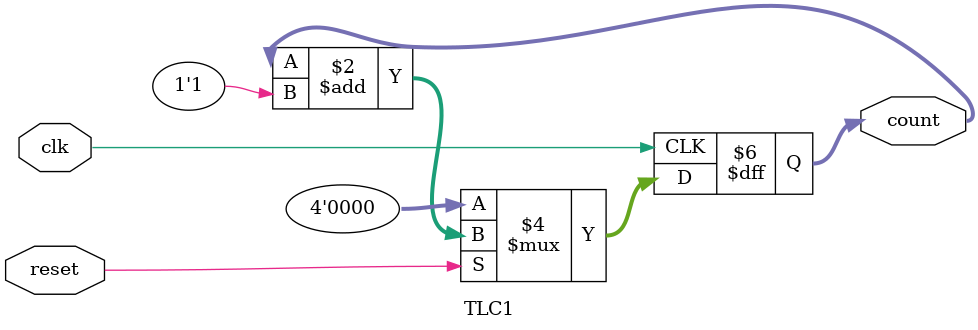
<source format=v>
module TLC1 (clk,reset,count);
input clk,reset;
output reg [3:0] count;

always@(posedge clk)

if (reset)
count=count+1'd1;
else
count=0;

endmodule 

</source>
